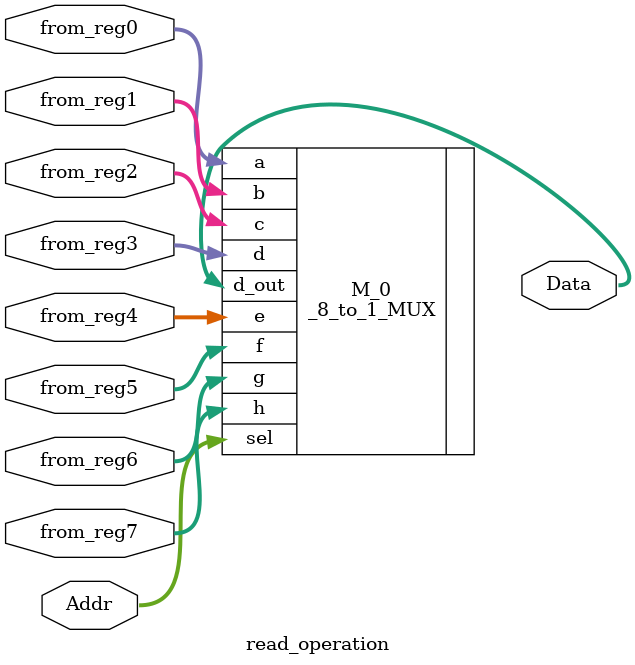
<source format=v>
module read_operation(Addr, Data, from_reg0, from_reg1, from_reg2, from_reg3, from_reg4, from_reg5, from_reg6, from_reg7);
  input [31:0] from_reg0, from_reg1, from_reg2, from_reg3, from_reg4, from_reg5, from_reg6, from_reg7;
  input [2:0] Addr;
  output [31:0] Data;
  
  //instance
  _8_to_1_MUX M_0(.a(from_reg0), .b(from_reg1), .c(from_reg2), .d(from_reg3), .e(from_reg4), .f(from_reg5), .g(from_reg6), .h(from_reg7), .sel(Addr), .d_out(Data));
  
endmodule

</source>
